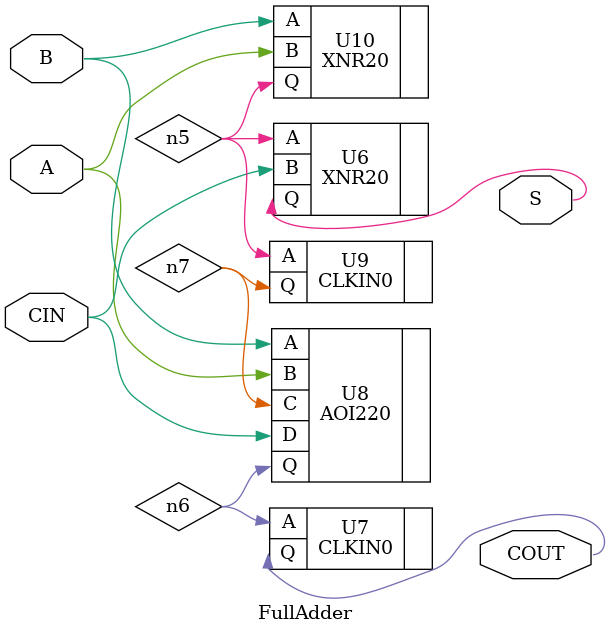
<source format=v>

module FullAdder ( CIN, A, B, S, COUT );
  input CIN, A, B;
  output S, COUT;
  wire   n5, n6, n7;

  XNR20 U6 ( .A(n5), .B(CIN), .Q(S) );
  CLKIN0 U7 ( .A(n6), .Q(COUT) );
  AOI220 U8 ( .A(B), .B(A), .C(n7), .D(CIN), .Q(n6) );
  CLKIN0 U9 ( .A(n5), .Q(n7) );
  XNR20 U10 ( .A(B), .B(A), .Q(n5) );
endmodule

</source>
